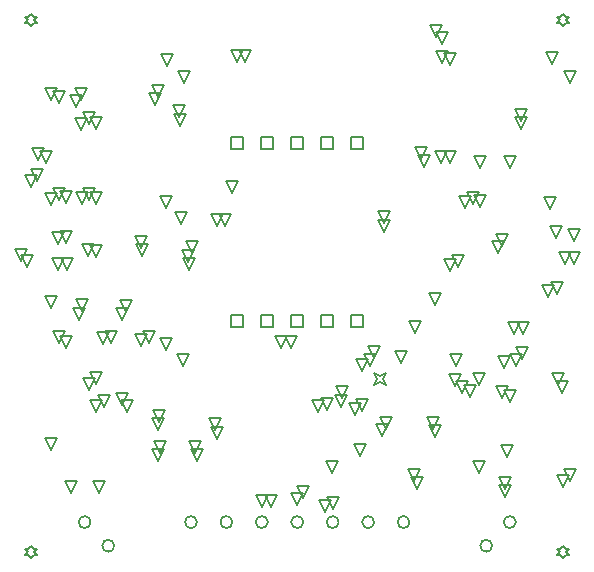
<source format=gbr>
G04*
G04 #@! TF.GenerationSoftware,Altium Limited,Altium Designer,23.8.1 (32)*
G04*
G04 Layer_Color=2752767*
%FSLAX44Y44*%
%MOMM*%
G71*
G04*
G04 #@! TF.SameCoordinates,4E8033DB-9698-49A7-8747-1B8CF0FAEC2F*
G04*
G04*
G04 #@! TF.FilePolarity,Positive*
G04*
G01*
G75*
%ADD40C,0.1270*%
%ADD41C,0.1693*%
D40*
X193760Y365560D02*
Y375720D01*
X203920D01*
Y365560D01*
X193760D01*
X219160D02*
Y375720D01*
X229320D01*
Y365560D01*
X219160D01*
X244560D02*
Y375720D01*
X254720D01*
Y365560D01*
X244560D01*
X269960D02*
Y375720D01*
X280120D01*
Y365560D01*
X269960D01*
X295360D02*
Y375720D01*
X305520D01*
Y365560D01*
X295360D01*
Y215560D02*
Y225720D01*
X305520D01*
Y215560D01*
X295360D01*
X269960D02*
Y225720D01*
X280120D01*
Y215560D01*
X269960D01*
X244560D02*
Y225720D01*
X254720D01*
Y215560D01*
X244560D01*
X219160D02*
Y225720D01*
X229320D01*
Y215560D01*
X219160D01*
X193760D02*
Y225720D01*
X203920D01*
Y215560D01*
X193760D01*
X25000Y469920D02*
X27540Y472460D01*
X30080D01*
X27540Y475000D01*
X30080Y477540D01*
X27540D01*
X25000Y480080D01*
X22460Y477540D01*
X19920D01*
X22460Y475000D01*
X19920Y472460D01*
X22460D01*
X25000Y469920D01*
X475000Y19920D02*
X477540Y22460D01*
X480080D01*
X477540Y25000D01*
X480080Y27540D01*
X477540D01*
X475000Y30080D01*
X472460Y27540D01*
X469920D01*
X472460Y25000D01*
X469920Y22460D01*
X472460D01*
X475000Y19920D01*
X25000D02*
X27540Y22460D01*
X30080D01*
X27540Y25000D01*
X30080Y27540D01*
X27540D01*
X25000Y30080D01*
X22460Y27540D01*
X19920D01*
X22460Y25000D01*
X19920Y22460D01*
X22460D01*
X25000Y19920D01*
X475000Y469920D02*
X477540Y472460D01*
X480080D01*
X477540Y475000D01*
X480080Y477540D01*
X477540D01*
X475000Y480080D01*
X472460Y477540D01*
X469920D01*
X472460Y475000D01*
X469920Y472460D01*
X472460D01*
X475000Y469920D01*
X150515Y384989D02*
X145435Y395149D01*
X155595D01*
X150515Y384989D01*
X149982Y393362D02*
X144902Y403522D01*
X155062D01*
X149982Y393362D01*
X439226Y382832D02*
X434146Y392992D01*
X444306D01*
X439226Y382832D01*
X372176Y455180D02*
X367096Y465340D01*
X377256D01*
X372176Y455180D01*
X367714Y460780D02*
X362634Y470940D01*
X372794D01*
X367714Y460780D01*
X372447Y438408D02*
X367367Y448568D01*
X377527D01*
X372447Y438408D01*
X357078Y350657D02*
X351998Y360817D01*
X362158D01*
X357078Y350657D01*
X371553Y353688D02*
X366473Y363848D01*
X376633D01*
X371553Y353688D01*
X398563Y319276D02*
X393484Y329436D01*
X403643D01*
X398563Y319276D01*
X385934Y266025D02*
X380854Y276185D01*
X391014D01*
X385934Y266025D01*
X423556Y283602D02*
X418476Y293762D01*
X428636D01*
X423556Y283602D01*
X476959Y268669D02*
X471879Y278829D01*
X482039D01*
X476959Y268669D01*
X462516Y240651D02*
X457436Y250811D01*
X467596D01*
X462516Y240651D01*
X433336Y209595D02*
X428256Y219755D01*
X438416D01*
X433336Y209595D01*
X435306Y182390D02*
X430226Y192550D01*
X440386D01*
X435306Y182390D01*
X471000Y166100D02*
X465920Y176260D01*
X476080D01*
X471000Y166100D01*
X474067Y159600D02*
X468987Y169760D01*
X479147D01*
X474067Y159600D01*
X430195Y151897D02*
X425115Y162057D01*
X435275D01*
X430195Y151897D01*
X323596Y303010D02*
X318515Y313170D01*
X328675D01*
X323596Y303010D01*
X206094Y439630D02*
X201014Y449790D01*
X211174D01*
X206094Y439630D01*
X286785Y147695D02*
X281705Y157854D01*
X291865D01*
X286785Y147695D01*
X288000Y154920D02*
X282920Y165080D01*
X293080D01*
X288000Y154920D01*
X311212Y182410D02*
X306132Y192570D01*
X316292D01*
X311212Y182410D01*
X267889Y143532D02*
X262809Y153693D01*
X272969D01*
X267889Y143532D01*
X298989Y140315D02*
X293909Y150475D01*
X304069D01*
X298989Y140315D01*
X321356Y122649D02*
X316276Y132809D01*
X326436D01*
X321356Y122649D01*
X366951Y121975D02*
X361871Y132135D01*
X372031D01*
X366951Y121975D01*
X475232Y79545D02*
X470152Y89705D01*
X480312D01*
X475232Y79545D01*
X480555Y84920D02*
X475475Y95080D01*
X485635D01*
X480555Y84920D01*
X426244Y71088D02*
X421164Y81248D01*
X431324D01*
X426244Y71088D01*
X273567Y58468D02*
X268487Y68628D01*
X278647D01*
X273567Y58468D01*
X254613Y70202D02*
X249533Y80361D01*
X259693D01*
X254613Y70202D01*
X227380Y62902D02*
X222300Y73063D01*
X232460D01*
X227380Y62902D01*
X244309Y197416D02*
X239229Y207576D01*
X249389D01*
X244309Y197416D01*
X236209Y197027D02*
X231129Y207187D01*
X241289D01*
X236209Y197027D01*
X101429Y221360D02*
X96349Y231520D01*
X106509D01*
X101429Y221360D01*
X124608Y201496D02*
X119528Y211656D01*
X129688D01*
X124608Y201496D01*
X181699Y120724D02*
X176619Y130884D01*
X186779D01*
X181699Y120724D01*
X164991Y101587D02*
X159911Y111747D01*
X170072D01*
X164991Y101587D01*
X131754Y101528D02*
X126674Y111688D01*
X136834D01*
X131754Y101528D01*
X132762Y135061D02*
X127682Y145221D01*
X137842D01*
X132762Y135061D01*
X101458Y148755D02*
X96378Y158914D01*
X106538D01*
X101458Y148755D01*
X86461Y147861D02*
X81381Y158021D01*
X91541D01*
X86461Y147861D01*
X74029Y162236D02*
X68949Y172396D01*
X79109D01*
X74029Y162236D01*
X48608Y201355D02*
X43528Y211515D01*
X53688D01*
X48608Y201355D01*
X85456Y200665D02*
X80376Y210826D01*
X90536D01*
X85456Y200665D01*
X65173Y221330D02*
X60093Y231490D01*
X70253D01*
X65173Y221330D01*
X181894Y300680D02*
X176814Y310840D01*
X186974D01*
X181894Y300680D01*
X160564Y277624D02*
X155484Y287784D01*
X165644D01*
X160564Y277624D01*
X157193Y270599D02*
X152113Y280759D01*
X162273D01*
X157193Y270599D01*
X189000Y300920D02*
X183920Y311080D01*
X194080D01*
X189000Y300920D01*
X131927Y410055D02*
X126847Y420215D01*
X137007D01*
X131927Y410055D01*
X63080Y401205D02*
X58000Y411365D01*
X68160D01*
X63080Y401205D01*
X48592Y404881D02*
X43512Y415041D01*
X53672D01*
X48592Y404881D01*
X73647Y386740D02*
X68567Y396900D01*
X78727D01*
X73647Y386740D01*
X80000Y318930D02*
X74920Y329090D01*
X85080D01*
X80000Y318930D01*
X24411Y333963D02*
X19331Y344123D01*
X29491D01*
X24411Y333963D01*
X37281Y353919D02*
X32201Y364079D01*
X42361D01*
X37281Y353919D01*
X74080Y322897D02*
X69000Y333057D01*
X79160D01*
X74080Y322897D01*
X47940Y322797D02*
X42860Y332957D01*
X53020D01*
X47940Y322797D01*
X118016Y282189D02*
X112936Y292349D01*
X123096D01*
X118016Y282189D01*
X72692Y274901D02*
X67612Y285061D01*
X77772D01*
X72692Y274901D01*
X47600Y263230D02*
X42520Y273391D01*
X52680D01*
X47600Y263230D01*
X47484Y285871D02*
X42404Y296031D01*
X52564D01*
X47484Y285871D01*
X16057Y270651D02*
X10977Y280811D01*
X21137D01*
X16057Y270651D01*
X139449Y436116D02*
X134369Y446276D01*
X144529D01*
X139449Y436116D01*
X129449Y403211D02*
X124369Y413371D01*
X134529D01*
X129449Y403211D01*
X153855Y422040D02*
X148775Y432200D01*
X158935D01*
X153855Y422040D01*
X139086Y315863D02*
X134006Y326023D01*
X144166D01*
X139086Y315863D01*
X138769Y195705D02*
X133688Y205865D01*
X143848D01*
X138769Y195705D01*
X314986Y166176D02*
X317526Y171256D01*
X314986Y176336D01*
X320066Y173796D01*
X325146Y176336D01*
X322606Y171256D01*
X325146Y166176D01*
X320066Y168716D01*
X314986Y166176D01*
X323458Y295975D02*
X318378Y306136D01*
X328538D01*
X323458Y295975D01*
X118340Y275128D02*
X113260Y285288D01*
X123420D01*
X118340Y275128D01*
X158153Y263157D02*
X153073Y273317D01*
X163233D01*
X158153Y263157D01*
X389323Y159432D02*
X384243Y169592D01*
X394403D01*
X389323Y159432D01*
X484035Y288054D02*
X478955Y298214D01*
X489115D01*
X484035Y288054D01*
X468723Y290372D02*
X463643Y300532D01*
X473803D01*
X468723Y290372D01*
X439098Y389908D02*
X434018Y400068D01*
X444178D01*
X439098Y389908D01*
X30361Y356939D02*
X25281Y367099D01*
X35441D01*
X30361Y356939D01*
X349511Y210220D02*
X344431Y220380D01*
X354591D01*
X349511Y210220D01*
X440823Y209507D02*
X435743Y219667D01*
X445903D01*
X440823Y209507D01*
X79963Y274726D02*
X74882Y284886D01*
X85042D01*
X79963Y274726D01*
X58395Y74920D02*
X53315Y85080D01*
X63475D01*
X58395Y74920D01*
X81874D02*
X76794Y85080D01*
X86954D01*
X81874Y74920D01*
X250000Y64753D02*
X244920Y74913D01*
X255080D01*
X250000Y64753D01*
X280022Y61420D02*
X274942Y71580D01*
X285102D01*
X280022Y61420D01*
X220000Y63026D02*
X214920Y73186D01*
X225080D01*
X220000Y63026D01*
X426274Y78420D02*
X421194Y88580D01*
X431354D01*
X426274Y78420D01*
X403897Y166100D02*
X398817Y176260D01*
X408977D01*
X403897Y166100D01*
X194937Y329030D02*
X189857Y339190D01*
X200017D01*
X194937Y329030D01*
X198840Y439757D02*
X193760Y449917D01*
X203920D01*
X198840Y439757D01*
X304942Y144248D02*
X299862Y154408D01*
X310022D01*
X304942Y144248D01*
X366757Y234136D02*
X361677Y244296D01*
X371837D01*
X366757Y234136D01*
X423686Y154972D02*
X418606Y165132D01*
X428766D01*
X423686Y154972D01*
X484000Y268920D02*
X478920Y279080D01*
X489080D01*
X484000Y268920D01*
X463962Y315166D02*
X458882Y325326D01*
X469042D01*
X463962Y315166D01*
X365072Y128798D02*
X359992Y138958D01*
X370152D01*
X365072Y128798D01*
X324985D02*
X319905Y138958D01*
X330065D01*
X324985Y128798D01*
X396441Y156077D02*
X391361Y166238D01*
X401521D01*
X396441Y156077D01*
X348667Y84792D02*
X343587Y94952D01*
X353747D01*
X348667Y84792D01*
X351822Y78406D02*
X346741Y88566D01*
X356902D01*
X351822Y78406D01*
X314706Y189002D02*
X309627Y199161D01*
X319786D01*
X314706Y189002D01*
X384480Y182423D02*
X379400Y192582D01*
X389560D01*
X384480Y182423D01*
X304981Y177785D02*
X299901Y187945D01*
X310061D01*
X304981Y177785D01*
X469960Y243105D02*
X464880Y253265D01*
X475040D01*
X469960Y243105D01*
X440587Y187940D02*
X435507Y198100D01*
X445667D01*
X440587Y187940D01*
X383976Y165606D02*
X378896Y175766D01*
X389056D01*
X383976Y165606D01*
X338188Y184901D02*
X333108Y195061D01*
X343268D01*
X338188Y184901D01*
X379600Y262617D02*
X374520Y272777D01*
X384680D01*
X379600Y262617D01*
X392344Y315758D02*
X387264Y325918D01*
X397424D01*
X392344Y315758D01*
X420217Y277414D02*
X415137Y287575D01*
X425297D01*
X420217Y277414D01*
X405000Y316457D02*
X399920Y326617D01*
X410080D01*
X405000Y316457D01*
X430400Y349419D02*
X425320Y359579D01*
X435480D01*
X430400Y349419D01*
X405000Y349384D02*
X399920Y359544D01*
X410080D01*
X405000Y349384D01*
X275040Y144958D02*
X269960Y155118D01*
X280120D01*
X275040Y144958D01*
X379600Y354202D02*
X374520Y364362D01*
X384680D01*
X379600Y354202D01*
Y436685D02*
X374520Y446845D01*
X384680D01*
X379600Y436685D01*
X354839Y357515D02*
X349759Y367675D01*
X359919D01*
X354839Y357515D01*
X21269Y265826D02*
X16189Y275986D01*
X26349D01*
X21269Y265826D01*
X105400Y227873D02*
X100320Y238033D01*
X110480D01*
X105400Y227873D01*
X67450Y228318D02*
X62370Y238477D01*
X72530D01*
X67450Y228318D01*
X92503Y201605D02*
X87423Y211765D01*
X97583D01*
X92503Y201605D01*
X29711Y339092D02*
X24631Y349252D01*
X34791D01*
X29711Y339092D01*
X41900Y318834D02*
X36820Y328994D01*
X46980D01*
X41900Y318834D01*
X54600Y197415D02*
X49520Y207575D01*
X59680D01*
X54600Y197415D01*
X67056Y407338D02*
X61976Y417498D01*
X72136D01*
X67056Y407338D01*
X79947Y382559D02*
X74867Y392719D01*
X85027D01*
X79947Y382559D01*
X180000Y127800D02*
X174920Y137960D01*
X185080D01*
X180000Y127800D01*
X163661Y108635D02*
X158581Y118795D01*
X168741D01*
X163661Y108635D01*
X133420D02*
X128340Y118795D01*
X138500D01*
X133420Y108635D01*
X132206Y127800D02*
X127126Y137960D01*
X137286D01*
X132206Y127800D01*
X54719Y263174D02*
X49639Y273334D01*
X59799D01*
X54719Y263174D01*
X67577Y319404D02*
X62497Y329564D01*
X72657D01*
X67577Y319404D01*
X117886Y198876D02*
X112807Y209036D01*
X122966D01*
X117886Y198876D01*
X105479Y142873D02*
X100399Y153033D01*
X110559D01*
X105479Y142873D01*
X80000Y143397D02*
X74920Y153557D01*
X85080D01*
X80000Y143397D01*
Y166935D02*
X74920Y177095D01*
X85080D01*
X80000Y166935D01*
X67300Y382344D02*
X62220Y392504D01*
X72380D01*
X67300Y382344D01*
X41900Y407710D02*
X36820Y417870D01*
X46980D01*
X41900Y407710D01*
X54600Y319759D02*
X49520Y329919D01*
X59680D01*
X54600Y319759D01*
X41727Y231548D02*
X36647Y241708D01*
X46807D01*
X41727Y231548D01*
X54600Y286223D02*
X49520Y296383D01*
X59680D01*
X54600Y286223D01*
X480914Y422040D02*
X475834Y432200D01*
X485994D01*
X480914Y422040D01*
X466104Y438007D02*
X461024Y448167D01*
X471184D01*
X466104Y438007D01*
X425455Y180262D02*
X420375Y190422D01*
X430535D01*
X425455Y180262D01*
X279259Y91475D02*
X274179Y101635D01*
X284339D01*
X279259Y91475D01*
X303449Y105971D02*
X298370Y116131D01*
X308529D01*
X303449Y105971D01*
X404179Y91420D02*
X399100Y101580D01*
X409259D01*
X404179Y91420D01*
X427798Y105177D02*
X422718Y115337D01*
X432878D01*
X427798Y105177D01*
X153032Y182040D02*
X147952Y192200D01*
X158112D01*
X153032Y182040D01*
X151735Y302040D02*
X146655Y312200D01*
X156815D01*
X151735Y302040D01*
X41900Y111306D02*
X36820Y121467D01*
X46980D01*
X41900Y111306D01*
D41*
X95080Y30000D02*
G03*
X95080Y30000I-5080J0D01*
G01*
X435080Y50000D02*
G03*
X435080Y50000I-5080J0D01*
G01*
X415080Y30000D02*
G03*
X415080Y30000I-5080J0D01*
G01*
X75080Y50000D02*
G03*
X75080Y50000I-5080J0D01*
G01*
X225080D02*
G03*
X225080Y50000I-5080J0D01*
G01*
X345080D02*
G03*
X345080Y50000I-5080J0D01*
G01*
X165080D02*
G03*
X165080Y50000I-5080J0D01*
G01*
X315080D02*
G03*
X315080Y50000I-5080J0D01*
G01*
X195080D02*
G03*
X195080Y50000I-5080J0D01*
G01*
X255080D02*
G03*
X255080Y50000I-5080J0D01*
G01*
X285080D02*
G03*
X285080Y50000I-5080J0D01*
G01*
M02*

</source>
